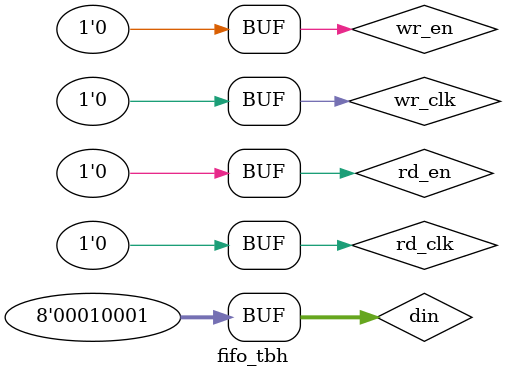
<source format=v>
`timescale 1ns / 1ps

module fifo_tbh();
    reg wr_clk;
	reg rd_clk;

    reg wr_en;
    reg [7:0] din;
    
    reg rd_en;
    wire[7:0] dout;
    
    wire full, empty;

	fifo_generator_0 u0(wr_clk, rd_clk, din, wr_en, rd_en, dout, full, empty);

    initial begin
        wr_clk = 0;
        rd_clk = 0;

        wr_en = 0;
        rd_en = 0;
        #100;

        wr_en = 1;

		for(din = 1; din<17; din = din+1) begin
			#100;
			wr_clk = 1;
			#100;
			wr_clk = 0;
		end

		wr_en = 0;
		
		#100;
        wr_clk = 1;
        #100;
        wr_clk = 0;

		repeat(4) begin
			#100;
			rd_clk = 1;
			#100;
			rd_clk = 0;
		end

		#100;
		rd_en = 1;

        repeat(10) begin
			#100;
			rd_clk = 1;
			#100;
			rd_clk = 0;
		end
        
		#100;
		rd_en = 0;

		#100;
        rd_clk = 1;
        #100;
        rd_clk = 0;
		
		// no.2
		repeat(4) begin
			#100;
			wr_clk = 1;
			#100;
			wr_clk = 0;
		end

		#100;
        wr_en = 1;

		for(din = 1; din<17; din = din+1) begin
			#100;
			wr_clk = 1;
			#100;
			wr_clk = 0;
		end

        #100;
        wr_en = 0;

		#100;
        wr_clk = 1;
        #100;
        wr_clk = 0;
        
		// repeat(4) begin
		// 	#100;
		// 	rd_clk = 1;
		// 	#100;
		// 	rd_clk = 0;
		// end

        #100;
        rd_en = 1;

		repeat(23) begin
			#100;
			rd_clk = 1;
			#100;
			rd_clk = 0;
		end
        
        #100;
        rd_en = 0;
        #100;

		#100;
        rd_clk = 1;
        #100;
        rd_clk = 0;

		#100;

    end

endmodule

</source>
